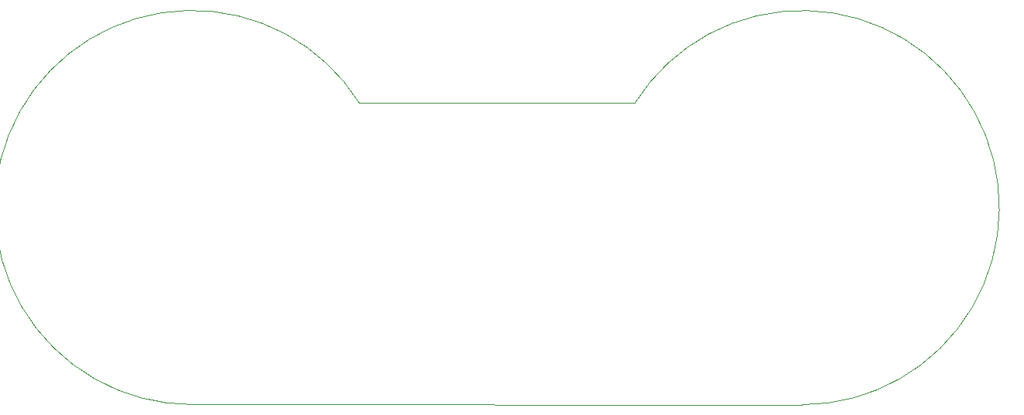
<source format=gbr>
%TF.GenerationSoftware,KiCad,Pcbnew,(6.0.5)*%
%TF.CreationDate,2022-08-06T13:23:44-04:00*%
%TF.ProjectId,RICM Greenpower Instrument Cluster,5249434d-2047-4726-9565-6e706f776572,rev?*%
%TF.SameCoordinates,Original*%
%TF.FileFunction,Profile,NP*%
%FSLAX46Y46*%
G04 Gerber Fmt 4.6, Leading zero omitted, Abs format (unit mm)*
G04 Created by KiCad (PCBNEW (6.0.5)) date 2022-08-06 13:23:44*
%MOMM*%
%LPD*%
G01*
G04 APERTURE LIST*
%TA.AperFunction,Profile*%
%ADD10C,0.100000*%
%TD*%
G04 APERTURE END LIST*
D10*
X32278283Y-2527323D02*
G75*
G03*
X13970000Y-35560000I-18308283J-11442677D01*
G01*
X32278283Y-2527323D02*
X62443434Y-2540000D01*
X13970000Y-35560000D02*
X80751717Y-35572677D01*
X80751717Y-35572684D02*
G75*
G03*
X62443434Y-2540000I3J21590004D01*
G01*
M02*

</source>
